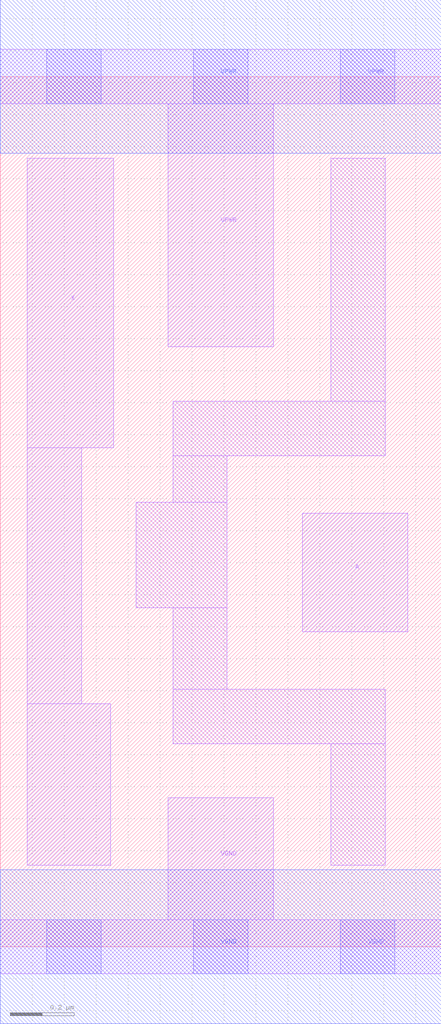
<source format=lef>
# Copyright 2020 The SkyWater PDK Authors
#
# Licensed under the Apache License, Version 2.0 (the "License");
# you may not use this file except in compliance with the License.
# You may obtain a copy of the License at
#
#     https://www.apache.org/licenses/LICENSE-2.0
#
# Unless required by applicable law or agreed to in writing, software
# distributed under the License is distributed on an "AS IS" BASIS,
# WITHOUT WARRANTIES OR CONDITIONS OF ANY KIND, either express or implied.
# See the License for the specific language governing permissions and
# limitations under the License.
#
# SPDX-License-Identifier: Apache-2.0

VERSION 5.7 ;
  NAMESCASESENSITIVE ON ;
  NOWIREEXTENSIONATPIN ON ;
  DIVIDERCHAR "/" ;
  BUSBITCHARS "[]" ;
UNITS
  DATABASE MICRONS 200 ;
END UNITS
MACRO sky130_fd_sc_hd__clkbuf_1
  CLASS CORE ;
  SOURCE USER ;
  FOREIGN sky130_fd_sc_hd__clkbuf_1 ;
  ORIGIN  0.000000  0.000000 ;
  SIZE  1.380000 BY  2.720000 ;
  SYMMETRY X Y R90 ;
  SITE unithd ;
  PIN A
    ANTENNAGATEAREA  0.196500 ;
    DIRECTION INPUT ;
    USE SIGNAL ;
    PORT
      LAYER li1 ;
        RECT 0.945000 0.985000 1.275000 1.355000 ;
    END
  END A
  PIN X
    ANTENNADIFFAREA  0.340600 ;
    DIRECTION OUTPUT ;
    USE SIGNAL ;
    PORT
      LAYER li1 ;
        RECT 0.085000 0.255000 0.345000 0.760000 ;
        RECT 0.085000 0.760000 0.255000 1.560000 ;
        RECT 0.085000 1.560000 0.355000 2.465000 ;
    END
  END X
  PIN VGND
    DIRECTION INOUT ;
    SHAPE ABUTMENT ;
    USE GROUND ;
    PORT
      LAYER li1 ;
        RECT 0.000000 -0.085000 1.380000 0.085000 ;
        RECT 0.525000  0.085000 0.855000 0.465000 ;
      LAYER mcon ;
        RECT 0.145000 -0.085000 0.315000 0.085000 ;
        RECT 0.605000 -0.085000 0.775000 0.085000 ;
        RECT 1.065000 -0.085000 1.235000 0.085000 ;
      LAYER met1 ;
        RECT 0.000000 -0.240000 1.380000 0.240000 ;
    END
  END VGND
  PIN VPWR
    DIRECTION INOUT ;
    SHAPE ABUTMENT ;
    USE POWER ;
    PORT
      LAYER li1 ;
        RECT 0.000000 2.635000 1.380000 2.805000 ;
        RECT 0.525000 1.875000 0.855000 2.635000 ;
      LAYER mcon ;
        RECT 0.145000 2.635000 0.315000 2.805000 ;
        RECT 0.605000 2.635000 0.775000 2.805000 ;
        RECT 1.065000 2.635000 1.235000 2.805000 ;
      LAYER met1 ;
        RECT 0.000000 2.480000 1.380000 2.960000 ;
    END
  END VPWR
  OBS
    LAYER li1 ;
      RECT 0.425000 1.060000 0.710000 1.390000 ;
      RECT 0.540000 0.635000 1.205000 0.805000 ;
      RECT 0.540000 0.805000 0.710000 1.060000 ;
      RECT 0.540000 1.390000 0.710000 1.535000 ;
      RECT 0.540000 1.535000 1.205000 1.705000 ;
      RECT 1.035000 0.255000 1.205000 0.635000 ;
      RECT 1.035000 1.705000 1.205000 2.465000 ;
  END
END sky130_fd_sc_hd__clkbuf_1

</source>
